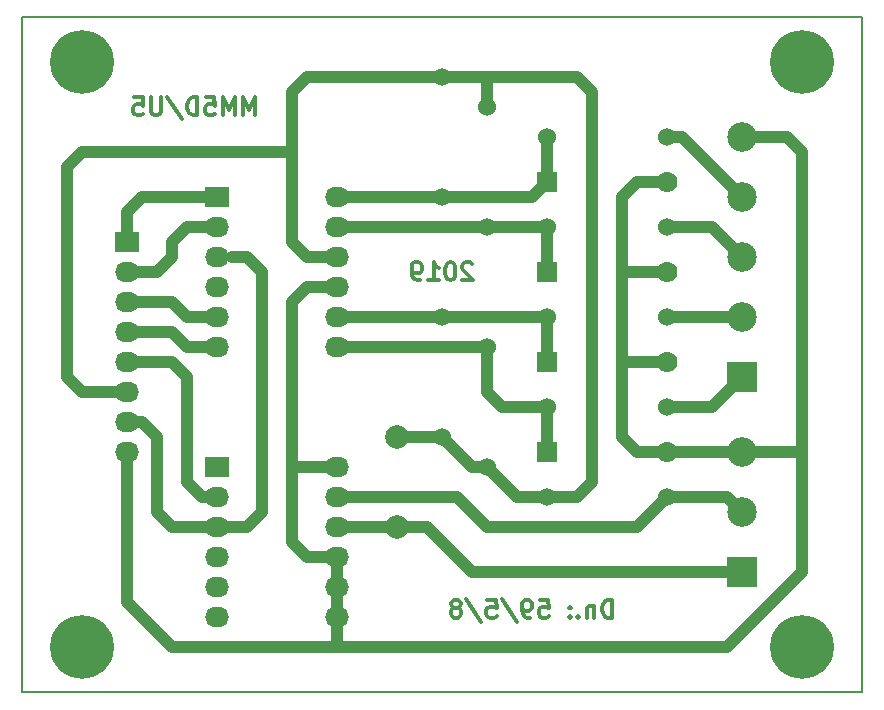
<source format=gbr>
G04 #@! TF.FileFunction,Copper,L2,Bot,Signal*
%FSLAX46Y46*%
G04 Gerber Fmt 4.6, Leading zero omitted, Abs format (unit mm)*
G04 Created by KiCad (PCBNEW 4.0.5+dfsg1-4) date Fri Feb 14 20:23:08 2020*
%MOMM*%
%LPD*%
G01*
G04 APERTURE LIST*
%ADD10C,0.150000*%
%ADD11C,0.300000*%
%ADD12O,2.032000X1.727200*%
%ADD13R,2.032000X1.727200*%
%ADD14C,1.524000*%
%ADD15R,2.499360X2.499360*%
%ADD16C,2.499360*%
%ADD17C,5.400000*%
%ADD18C,1.778000*%
%ADD19R,1.778000X1.778000*%
%ADD20C,1.998980*%
%ADD21C,1.000000*%
G04 APERTURE END LIST*
D10*
D11*
X138461428Y-92031429D02*
X138389999Y-91960000D01*
X138247142Y-91888571D01*
X137889999Y-91888571D01*
X137747142Y-91960000D01*
X137675713Y-92031429D01*
X137604285Y-92174286D01*
X137604285Y-92317143D01*
X137675713Y-92531429D01*
X138532856Y-93388571D01*
X137604285Y-93388571D01*
X136675714Y-91888571D02*
X136532857Y-91888571D01*
X136390000Y-91960000D01*
X136318571Y-92031429D01*
X136247142Y-92174286D01*
X136175714Y-92460000D01*
X136175714Y-92817143D01*
X136247142Y-93102857D01*
X136318571Y-93245714D01*
X136390000Y-93317143D01*
X136532857Y-93388571D01*
X136675714Y-93388571D01*
X136818571Y-93317143D01*
X136890000Y-93245714D01*
X136961428Y-93102857D01*
X137032857Y-92817143D01*
X137032857Y-92460000D01*
X136961428Y-92174286D01*
X136890000Y-92031429D01*
X136818571Y-91960000D01*
X136675714Y-91888571D01*
X134747143Y-93388571D02*
X135604286Y-93388571D01*
X135175714Y-93388571D02*
X135175714Y-91888571D01*
X135318571Y-92102857D01*
X135461429Y-92245714D01*
X135604286Y-92317143D01*
X134032858Y-93388571D02*
X133747143Y-93388571D01*
X133604286Y-93317143D01*
X133532858Y-93245714D01*
X133390000Y-93031429D01*
X133318572Y-92745714D01*
X133318572Y-92174286D01*
X133390000Y-92031429D01*
X133461429Y-91960000D01*
X133604286Y-91888571D01*
X133890000Y-91888571D01*
X134032858Y-91960000D01*
X134104286Y-92031429D01*
X134175715Y-92174286D01*
X134175715Y-92531429D01*
X134104286Y-92674286D01*
X134032858Y-92745714D01*
X133890000Y-92817143D01*
X133604286Y-92817143D01*
X133461429Y-92745714D01*
X133390000Y-92674286D01*
X133318572Y-92531429D01*
X120042143Y-79418571D02*
X120042143Y-77918571D01*
X119542143Y-78990000D01*
X119042143Y-77918571D01*
X119042143Y-79418571D01*
X118327857Y-79418571D02*
X118327857Y-77918571D01*
X117827857Y-78990000D01*
X117327857Y-77918571D01*
X117327857Y-79418571D01*
X115899285Y-77918571D02*
X116613571Y-77918571D01*
X116685000Y-78632857D01*
X116613571Y-78561429D01*
X116470714Y-78490000D01*
X116113571Y-78490000D01*
X115970714Y-78561429D01*
X115899285Y-78632857D01*
X115827857Y-78775714D01*
X115827857Y-79132857D01*
X115899285Y-79275714D01*
X115970714Y-79347143D01*
X116113571Y-79418571D01*
X116470714Y-79418571D01*
X116613571Y-79347143D01*
X116685000Y-79275714D01*
X115185000Y-79418571D02*
X115185000Y-77918571D01*
X114827857Y-77918571D01*
X114613572Y-77990000D01*
X114470714Y-78132857D01*
X114399286Y-78275714D01*
X114327857Y-78561429D01*
X114327857Y-78775714D01*
X114399286Y-79061429D01*
X114470714Y-79204286D01*
X114613572Y-79347143D01*
X114827857Y-79418571D01*
X115185000Y-79418571D01*
X112613572Y-77847143D02*
X113899286Y-79775714D01*
X112113571Y-77918571D02*
X112113571Y-79132857D01*
X112042143Y-79275714D01*
X111970714Y-79347143D01*
X111827857Y-79418571D01*
X111542143Y-79418571D01*
X111399285Y-79347143D01*
X111327857Y-79275714D01*
X111256428Y-79132857D01*
X111256428Y-77918571D01*
X109827856Y-77918571D02*
X110542142Y-77918571D01*
X110613571Y-78632857D01*
X110542142Y-78561429D01*
X110399285Y-78490000D01*
X110042142Y-78490000D01*
X109899285Y-78561429D01*
X109827856Y-78632857D01*
X109756428Y-78775714D01*
X109756428Y-79132857D01*
X109827856Y-79275714D01*
X109899285Y-79347143D01*
X110042142Y-79418571D01*
X110399285Y-79418571D01*
X110542142Y-79347143D01*
X110613571Y-79275714D01*
X150295714Y-121963571D02*
X150295714Y-120463571D01*
X149938571Y-120463571D01*
X149724286Y-120535000D01*
X149581428Y-120677857D01*
X149510000Y-120820714D01*
X149438571Y-121106429D01*
X149438571Y-121320714D01*
X149510000Y-121606429D01*
X149581428Y-121749286D01*
X149724286Y-121892143D01*
X149938571Y-121963571D01*
X150295714Y-121963571D01*
X148795714Y-120963571D02*
X148795714Y-121963571D01*
X148795714Y-121106429D02*
X148724286Y-121035000D01*
X148581428Y-120963571D01*
X148367143Y-120963571D01*
X148224286Y-121035000D01*
X148152857Y-121177857D01*
X148152857Y-121963571D01*
X147438571Y-121820714D02*
X147367143Y-121892143D01*
X147438571Y-121963571D01*
X147510000Y-121892143D01*
X147438571Y-121820714D01*
X147438571Y-121963571D01*
X146724285Y-121820714D02*
X146652857Y-121892143D01*
X146724285Y-121963571D01*
X146795714Y-121892143D01*
X146724285Y-121820714D01*
X146724285Y-121963571D01*
X146724285Y-121035000D02*
X146652857Y-121106429D01*
X146724285Y-121177857D01*
X146795714Y-121106429D01*
X146724285Y-121035000D01*
X146724285Y-121177857D01*
X144152856Y-120463571D02*
X144867142Y-120463571D01*
X144938571Y-121177857D01*
X144867142Y-121106429D01*
X144724285Y-121035000D01*
X144367142Y-121035000D01*
X144224285Y-121106429D01*
X144152856Y-121177857D01*
X144081428Y-121320714D01*
X144081428Y-121677857D01*
X144152856Y-121820714D01*
X144224285Y-121892143D01*
X144367142Y-121963571D01*
X144724285Y-121963571D01*
X144867142Y-121892143D01*
X144938571Y-121820714D01*
X143367143Y-121963571D02*
X143081428Y-121963571D01*
X142938571Y-121892143D01*
X142867143Y-121820714D01*
X142724285Y-121606429D01*
X142652857Y-121320714D01*
X142652857Y-120749286D01*
X142724285Y-120606429D01*
X142795714Y-120535000D01*
X142938571Y-120463571D01*
X143224285Y-120463571D01*
X143367143Y-120535000D01*
X143438571Y-120606429D01*
X143510000Y-120749286D01*
X143510000Y-121106429D01*
X143438571Y-121249286D01*
X143367143Y-121320714D01*
X143224285Y-121392143D01*
X142938571Y-121392143D01*
X142795714Y-121320714D01*
X142724285Y-121249286D01*
X142652857Y-121106429D01*
X140938572Y-120392143D02*
X142224286Y-122320714D01*
X139724285Y-120463571D02*
X140438571Y-120463571D01*
X140510000Y-121177857D01*
X140438571Y-121106429D01*
X140295714Y-121035000D01*
X139938571Y-121035000D01*
X139795714Y-121106429D01*
X139724285Y-121177857D01*
X139652857Y-121320714D01*
X139652857Y-121677857D01*
X139724285Y-121820714D01*
X139795714Y-121892143D01*
X139938571Y-121963571D01*
X140295714Y-121963571D01*
X140438571Y-121892143D01*
X140510000Y-121820714D01*
X137938572Y-120392143D02*
X139224286Y-122320714D01*
X137224285Y-121106429D02*
X137367143Y-121035000D01*
X137438571Y-120963571D01*
X137510000Y-120820714D01*
X137510000Y-120749286D01*
X137438571Y-120606429D01*
X137367143Y-120535000D01*
X137224285Y-120463571D01*
X136938571Y-120463571D01*
X136795714Y-120535000D01*
X136724285Y-120606429D01*
X136652857Y-120749286D01*
X136652857Y-120820714D01*
X136724285Y-120963571D01*
X136795714Y-121035000D01*
X136938571Y-121106429D01*
X137224285Y-121106429D01*
X137367143Y-121177857D01*
X137438571Y-121249286D01*
X137510000Y-121392143D01*
X137510000Y-121677857D01*
X137438571Y-121820714D01*
X137367143Y-121892143D01*
X137224285Y-121963571D01*
X136938571Y-121963571D01*
X136795714Y-121892143D01*
X136724285Y-121820714D01*
X136652857Y-121677857D01*
X136652857Y-121392143D01*
X136724285Y-121249286D01*
X136795714Y-121177857D01*
X136938571Y-121106429D01*
D10*
X171450000Y-71120000D02*
X100330000Y-71120000D01*
X171450000Y-128270000D02*
X171450000Y-71120000D01*
X100330000Y-128270000D02*
X171450000Y-128270000D01*
X100330000Y-71120000D02*
X100330000Y-128270000D01*
D12*
X127000000Y-109220000D03*
X127000000Y-121920000D03*
X127000000Y-119380000D03*
X127000000Y-116840000D03*
X127000000Y-114300000D03*
X127000000Y-111760000D03*
D13*
X116840000Y-109220000D03*
D12*
X116840000Y-111760000D03*
X116840000Y-114300000D03*
X116840000Y-116840000D03*
X116840000Y-119380000D03*
X116840000Y-121920000D03*
D14*
X135890000Y-86360000D03*
X135890000Y-76200000D03*
X144780000Y-111760000D03*
X154940000Y-111760000D03*
X135890000Y-106680000D03*
X135890000Y-96520000D03*
X139700000Y-88900000D03*
X139700000Y-78740000D03*
X144780000Y-88900000D03*
X154940000Y-88900000D03*
D15*
X161290000Y-101600000D03*
D16*
X161290000Y-107950000D03*
D15*
X161290000Y-118110000D03*
D16*
X161290000Y-113030000D03*
X161290000Y-91440000D03*
X161290000Y-96520000D03*
X161290000Y-86360000D03*
D17*
X105410000Y-124460000D03*
X166370000Y-74930000D03*
X105410000Y-74930000D03*
X166370000Y-124460000D03*
D12*
X127000000Y-86360000D03*
X127000000Y-99060000D03*
X127000000Y-96520000D03*
X127000000Y-93980000D03*
X127000000Y-91440000D03*
X127000000Y-88900000D03*
D13*
X116840000Y-86360000D03*
D12*
X116840000Y-88900000D03*
X116840000Y-91440000D03*
X116840000Y-93980000D03*
X116840000Y-96520000D03*
X116840000Y-99060000D03*
D13*
X109220000Y-90170000D03*
D12*
X109220000Y-92710000D03*
X109220000Y-95250000D03*
X109220000Y-97790000D03*
X109220000Y-100330000D03*
X109220000Y-102870000D03*
X109220000Y-105410000D03*
X109220000Y-107950000D03*
D16*
X161290000Y-81280000D03*
D14*
X144780000Y-81280000D03*
X154940000Y-81280000D03*
X144780000Y-96520000D03*
X154940000Y-96520000D03*
X144780000Y-104140000D03*
X154940000Y-104140000D03*
X139700000Y-109220000D03*
X139700000Y-99060000D03*
D18*
X154940000Y-85090000D03*
D19*
X144780000Y-85090000D03*
D18*
X154940000Y-92710000D03*
D19*
X144780000Y-92710000D03*
D18*
X154940000Y-100330000D03*
D19*
X144780000Y-100330000D03*
D18*
X154940000Y-107950000D03*
D19*
X144780000Y-107950000D03*
D20*
X132080000Y-106680000D03*
X132080000Y-114300000D03*
D21*
X116840000Y-111760000D02*
X115570000Y-111760000D01*
X113030000Y-100330000D02*
X109220000Y-100330000D01*
X114300000Y-101600000D02*
X113030000Y-100330000D01*
X114300000Y-110490000D02*
X114300000Y-101600000D01*
X115570000Y-111760000D02*
X114300000Y-110490000D01*
X109220000Y-105410000D02*
X110490000Y-105410000D01*
X113030000Y-114300000D02*
X116840000Y-114300000D01*
X111760000Y-113030000D02*
X113030000Y-114300000D01*
X111760000Y-106680000D02*
X111760000Y-113030000D01*
X110490000Y-105410000D02*
X111760000Y-106680000D01*
X109220000Y-90170000D02*
X109220000Y-87630000D01*
X110490000Y-86360000D02*
X116840000Y-86360000D01*
X109220000Y-87630000D02*
X110490000Y-86360000D01*
X109220000Y-92710000D02*
X111760000Y-92710000D01*
X114300000Y-88900000D02*
X116840000Y-88900000D01*
X113030000Y-90170000D02*
X114300000Y-88900000D01*
X113030000Y-91440000D02*
X113030000Y-90170000D01*
X111760000Y-92710000D02*
X113030000Y-91440000D01*
X138430000Y-118110000D02*
X139700000Y-118110000D01*
X134620000Y-114300000D02*
X138430000Y-118110000D01*
X161290000Y-118110000D02*
X139700000Y-118110000D01*
X134620000Y-114300000D02*
X127000000Y-114300000D01*
X161290000Y-81280000D02*
X165100000Y-81280000D01*
X165100000Y-81280000D02*
X166370000Y-82550000D01*
X166370000Y-82550000D02*
X166370000Y-107950000D01*
X154940000Y-81280000D02*
X156210000Y-81280000D01*
X156210000Y-81280000D02*
X161290000Y-86360000D01*
X154940000Y-88900000D02*
X156210000Y-88900000D01*
X158750000Y-88900000D02*
X161290000Y-91440000D01*
X156210000Y-88900000D02*
X158750000Y-88900000D01*
X154940000Y-96520000D02*
X156210000Y-96520000D01*
X156210000Y-96520000D02*
X161290000Y-96520000D01*
X154940000Y-104140000D02*
X156210000Y-104140000D01*
X158750000Y-104140000D02*
X161290000Y-101600000D01*
X156210000Y-104140000D02*
X158750000Y-104140000D01*
X154940000Y-111760000D02*
X156210000Y-111760000D01*
X160020000Y-111760000D02*
X161290000Y-113030000D01*
X156210000Y-111760000D02*
X160020000Y-111760000D01*
X139700000Y-102870000D02*
X139700000Y-99060000D01*
X140970000Y-104140000D02*
X139700000Y-102870000D01*
X144780000Y-104140000D02*
X140970000Y-104140000D01*
X120650000Y-113030000D02*
X119380000Y-114300000D01*
X119380000Y-114300000D02*
X118110000Y-114300000D01*
X118110000Y-114300000D02*
X116840000Y-114300000D01*
X120650000Y-92710000D02*
X120650000Y-113030000D01*
X119380000Y-91440000D02*
X120650000Y-92710000D01*
X118110000Y-91440000D02*
X119380000Y-91440000D01*
X109220000Y-102870000D02*
X105410000Y-102870000D01*
X105410000Y-82550000D02*
X123190000Y-82550000D01*
X104140000Y-83820000D02*
X105410000Y-82550000D01*
X104140000Y-101600000D02*
X104140000Y-83820000D01*
X105410000Y-102870000D02*
X104140000Y-101600000D01*
X127000000Y-116840000D02*
X124460000Y-116840000D01*
X123190000Y-115570000D02*
X123190000Y-109220000D01*
X124460000Y-116840000D02*
X123190000Y-115570000D01*
X127000000Y-121920000D02*
X127000000Y-124460000D01*
X127000000Y-111760000D02*
X137160000Y-111760000D01*
X137160000Y-111760000D02*
X139700000Y-114300000D01*
X139700000Y-114300000D02*
X152400000Y-114300000D01*
X152400000Y-114300000D02*
X154940000Y-111760000D01*
X154940000Y-85090000D02*
X152400000Y-85090000D01*
X151130000Y-86360000D02*
X151130000Y-92710000D01*
X152400000Y-85090000D02*
X151130000Y-86360000D01*
X160020000Y-107950000D02*
X166370000Y-107950000D01*
X127000000Y-93980000D02*
X124460000Y-93980000D01*
X124460000Y-93980000D02*
X123190000Y-95250000D01*
X123190000Y-95250000D02*
X123190000Y-109220000D01*
X166370000Y-107950000D02*
X166370000Y-118110000D01*
X166370000Y-118110000D02*
X160020000Y-124460000D01*
X160020000Y-124460000D02*
X127000000Y-124460000D01*
X127000000Y-124460000D02*
X124460000Y-124460000D01*
X113030000Y-124460000D02*
X109220000Y-120650000D01*
X124460000Y-124460000D02*
X113030000Y-124460000D01*
X109220000Y-120650000D02*
X109220000Y-107950000D01*
X109220000Y-105410000D02*
X109220000Y-105410000D01*
X127000000Y-109220000D02*
X123190000Y-109220000D01*
X123190000Y-109220000D02*
X123190000Y-109220000D01*
X109220000Y-97790000D02*
X113030000Y-97790000D01*
X114300000Y-99060000D02*
X116840000Y-99060000D01*
X113030000Y-97790000D02*
X114300000Y-99060000D01*
X109220000Y-95250000D02*
X113030000Y-95250000D01*
X114300000Y-96520000D02*
X116840000Y-96520000D01*
X113030000Y-95250000D02*
X114300000Y-96520000D01*
X109220000Y-92710000D02*
X109220000Y-92710000D01*
X132080000Y-106680000D02*
X135890000Y-106680000D01*
X127000000Y-121920000D02*
X127000000Y-116840000D01*
X151130000Y-92710000D02*
X154940000Y-92710000D01*
X154940000Y-100330000D02*
X151130000Y-100330000D01*
X152400000Y-107950000D02*
X162560000Y-107950000D01*
X151130000Y-106680000D02*
X152400000Y-107950000D01*
X151130000Y-92710000D02*
X151130000Y-100330000D01*
X151130000Y-100330000D02*
X151130000Y-106680000D01*
X139700000Y-109220000D02*
X140970000Y-110490000D01*
X147320000Y-76200000D02*
X139700000Y-76200000D01*
X148590000Y-77470000D02*
X147320000Y-76200000D01*
X148590000Y-110490000D02*
X148590000Y-77470000D01*
X147320000Y-111760000D02*
X148590000Y-110490000D01*
X142240000Y-111760000D02*
X147320000Y-111760000D01*
X140970000Y-110490000D02*
X142240000Y-111760000D01*
X139700000Y-109220000D02*
X138430000Y-109220000D01*
X138430000Y-109220000D02*
X135890000Y-106680000D01*
X127000000Y-91440000D02*
X124460000Y-91440000D01*
X124460000Y-91440000D02*
X123190000Y-90170000D01*
X123190000Y-90170000D02*
X123190000Y-82550000D01*
X123190000Y-82550000D02*
X123190000Y-77470000D01*
X123190000Y-77470000D02*
X124460000Y-76200000D01*
X124460000Y-76200000D02*
X139700000Y-76200000D01*
X139700000Y-76200000D02*
X139700000Y-78740000D01*
X135890000Y-86360000D02*
X143510000Y-86360000D01*
X143510000Y-86360000D02*
X144780000Y-85090000D01*
X127000000Y-86360000D02*
X135890000Y-86360000D01*
X127000000Y-88900000D02*
X144780000Y-88900000D01*
X127000000Y-96520000D02*
X144780000Y-96520000D01*
X127000000Y-99060000D02*
X139700000Y-99060000D01*
X144780000Y-104140000D02*
X144780000Y-107950000D01*
X144780000Y-96520000D02*
X144780000Y-100330000D01*
X144780000Y-88900000D02*
X144780000Y-92710000D01*
X144780000Y-81280000D02*
X144780000Y-85090000D01*
M02*

</source>
